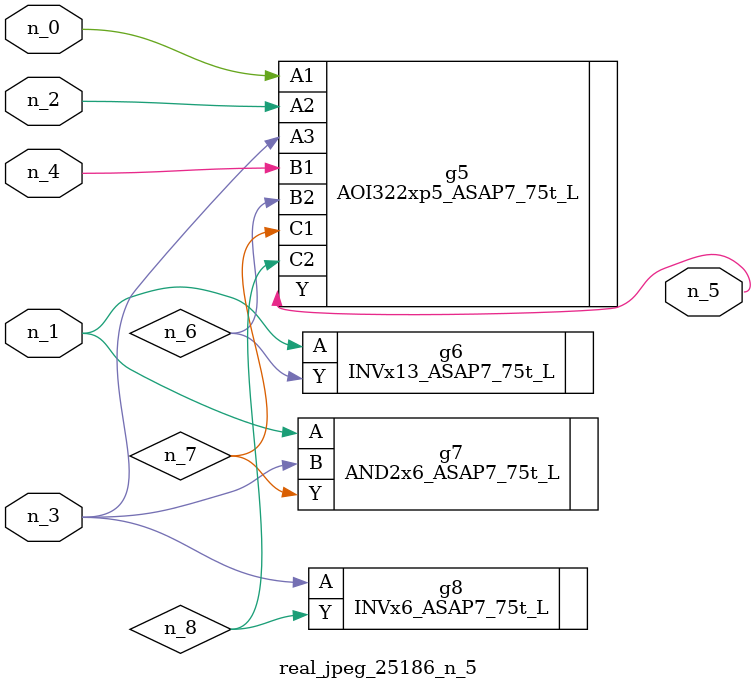
<source format=v>
module real_jpeg_25186_n_5 (n_4, n_0, n_1, n_2, n_3, n_5);

input n_4;
input n_0;
input n_1;
input n_2;
input n_3;

output n_5;

wire n_8;
wire n_6;
wire n_7;

AOI322xp5_ASAP7_75t_L g5 ( 
.A1(n_0),
.A2(n_2),
.A3(n_3),
.B1(n_4),
.B2(n_6),
.C1(n_7),
.C2(n_8),
.Y(n_5)
);

INVx13_ASAP7_75t_L g6 ( 
.A(n_1),
.Y(n_6)
);

AND2x6_ASAP7_75t_L g7 ( 
.A(n_1),
.B(n_3),
.Y(n_7)
);

INVx6_ASAP7_75t_L g8 ( 
.A(n_3),
.Y(n_8)
);


endmodule
</source>
